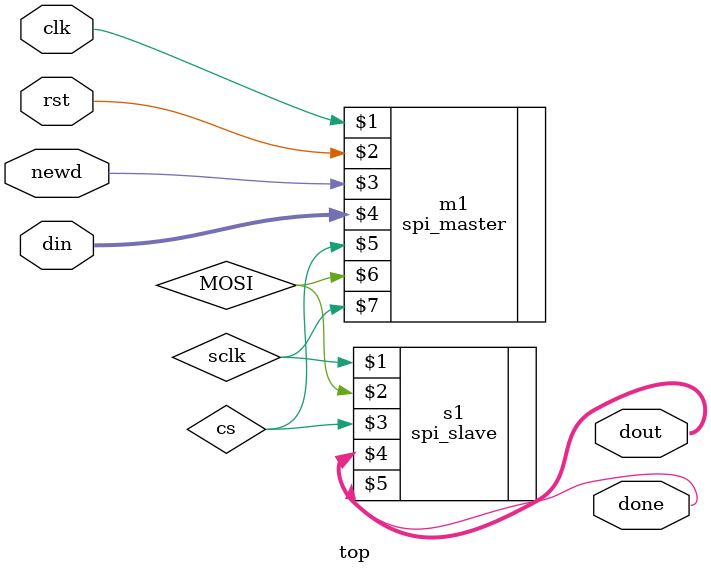
<source format=sv>
`timescale 1ns / 1ps

`include "spi_master.sv"
`include "spi_slave.sv"
`include "spi_if"

module top(
  input clk,rst,newd,
  input [11:0] din,
  output done,
  output bit[11:0] dout);
  wire sclk,MOSI,cs;
  
  spi_master m1(clk,rst,newd,din,cs,MOSI,sclk);
  spi_slave s1(sclk,MOSI,cs,dout,done);
  
endmodule
  
</source>
